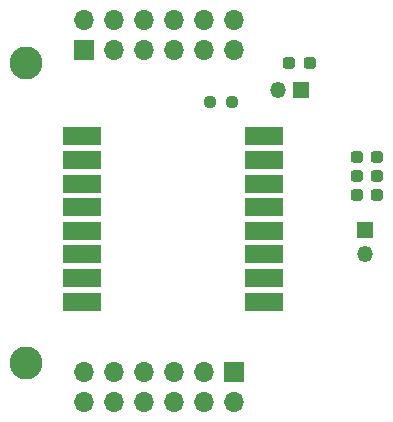
<source format=gbr>
%TF.GenerationSoftware,KiCad,Pcbnew,7.0.5*%
%TF.CreationDate,2024-01-26T22:20:05-05:00*%
%TF.ProjectId,LORA,4c4f5241-2e6b-4696-9361-645f70636258,rev?*%
%TF.SameCoordinates,Original*%
%TF.FileFunction,Soldermask,Top*%
%TF.FilePolarity,Negative*%
%FSLAX46Y46*%
G04 Gerber Fmt 4.6, Leading zero omitted, Abs format (unit mm)*
G04 Created by KiCad (PCBNEW 7.0.5) date 2024-01-26 22:20:05*
%MOMM*%
%LPD*%
G01*
G04 APERTURE LIST*
G04 Aperture macros list*
%AMRoundRect*
0 Rectangle with rounded corners*
0 $1 Rounding radius*
0 $2 $3 $4 $5 $6 $7 $8 $9 X,Y pos of 4 corners*
0 Add a 4 corners polygon primitive as box body*
4,1,4,$2,$3,$4,$5,$6,$7,$8,$9,$2,$3,0*
0 Add four circle primitives for the rounded corners*
1,1,$1+$1,$2,$3*
1,1,$1+$1,$4,$5*
1,1,$1+$1,$6,$7*
1,1,$1+$1,$8,$9*
0 Add four rect primitives between the rounded corners*
20,1,$1+$1,$2,$3,$4,$5,0*
20,1,$1+$1,$4,$5,$6,$7,0*
20,1,$1+$1,$6,$7,$8,$9,0*
20,1,$1+$1,$8,$9,$2,$3,0*%
G04 Aperture macros list end*
%ADD10R,1.350000X1.350000*%
%ADD11O,1.350000X1.350000*%
%ADD12RoundRect,0.237500X-0.287500X-0.237500X0.287500X-0.237500X0.287500X0.237500X-0.287500X0.237500X0*%
%ADD13RoundRect,0.237500X-0.250000X-0.237500X0.250000X-0.237500X0.250000X0.237500X-0.250000X0.237500X0*%
%ADD14R,1.700000X1.700000*%
%ADD15O,1.700000X1.700000*%
%ADD16C,2.800000*%
%ADD17RoundRect,0.102000X-1.500000X-0.700000X1.500000X-0.700000X1.500000X0.700000X-1.500000X0.700000X0*%
G04 APERTURE END LIST*
D10*
%TO.C,J6*%
X162190000Y-89868621D03*
D11*
X160190000Y-89868621D03*
%TD*%
D10*
%TO.C,J5*%
X167610000Y-101748621D03*
D11*
X167610000Y-103748621D03*
%TD*%
D12*
%TO.C,D4*%
X166860000Y-98748621D03*
X168610000Y-98748621D03*
%TD*%
%TO.C,D3*%
X161135000Y-87548621D03*
X162885000Y-87548621D03*
%TD*%
%TO.C,D2*%
X166860000Y-97148621D03*
X168610000Y-97148621D03*
%TD*%
%TO.C,D1*%
X166860000Y-95542632D03*
X168610000Y-95542632D03*
%TD*%
D13*
%TO.C,R3*%
X154485000Y-90923621D03*
X156310000Y-90923621D03*
%TD*%
D14*
%TO.C,J1*%
X143810000Y-86465599D03*
D15*
X143810000Y-83925599D03*
X146350000Y-86465599D03*
X146350000Y-83925599D03*
X148890000Y-86465599D03*
X148890000Y-83925599D03*
X151430000Y-86465599D03*
X151430000Y-83925599D03*
X153970000Y-86465599D03*
X153970000Y-83925599D03*
X156510000Y-86465599D03*
X156510000Y-83925599D03*
%TD*%
D14*
%TO.C,J2*%
X156510000Y-113743621D03*
D15*
X156510000Y-116283621D03*
X153970000Y-113743621D03*
X153970000Y-116283621D03*
X151430000Y-113743621D03*
X151430000Y-116283621D03*
X148890000Y-113743621D03*
X148890000Y-116283621D03*
X146350000Y-113743621D03*
X146350000Y-116283621D03*
X143810000Y-113743621D03*
X143810000Y-116283621D03*
%TD*%
D16*
%TO.C,U2*%
X138860000Y-112998621D03*
X138860000Y-87598621D03*
%TD*%
D17*
%TO.C,U1*%
X159047500Y-93798621D03*
X159047500Y-95798621D03*
X159047500Y-97798621D03*
X159047500Y-99798621D03*
X159047500Y-101798621D03*
X159047500Y-103798621D03*
X159047500Y-105798621D03*
X159047500Y-107798621D03*
X143647500Y-107798621D03*
X143647500Y-105798621D03*
X143647500Y-103798621D03*
X143647500Y-101798621D03*
X143647500Y-99798621D03*
X143647500Y-97798621D03*
X143647500Y-95798621D03*
X143647500Y-93798621D03*
%TD*%
M02*

</source>
